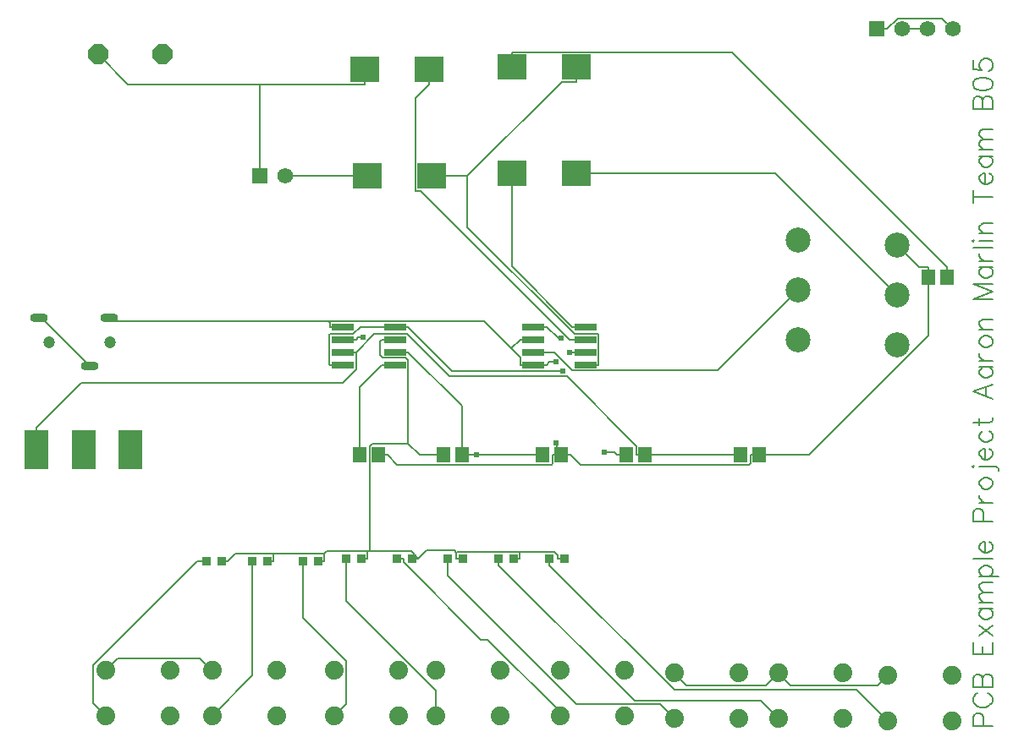
<source format=gtl>
G04 Layer: TopLayer*
G04 EasyEDA v6.5.48, 2025-02-09 20:19:28*
G04 01cb3c1d78794921a089d1304ca59f51,d72c4acdc2164061951c9b7558476481,10*
G04 Gerber Generator version 0.2*
G04 Scale: 100 percent, Rotated: No, Reflected: No *
G04 Dimensions in inches *
G04 leading zeros omitted , absolute positions ,3 integer and 6 decimal *
%FSLAX36Y36*%
%MOIN*%

%AMMACRO1*4,1,4,0.0433,0.0118,0.0433,-0.0118,-0.0433,-0.0118,-0.0433,0.0118,0.0433,0.0118,0*%
%AMMACRO2*4,1,4,-0.0256,0.0315,0.0256,0.0315,0.0256,-0.0315,-0.0256,-0.0315,-0.0256,0.0315,0*%
%AMMACRO3*4,1,4,-0.0256,0.0295,0.0256,0.0295,0.0256,-0.0295,-0.0256,-0.0295,-0.0256,0.0295,0*%
%AMMACRO4*21,1,$1,$2,0,0,$3*%
%AMMACRO5*4,1,8,0.0393,0.0163,0.0163,0.0393,-0.0163,0.0393,-0.0393,0.0163,-0.0393,-0.0163,-0.0163,-0.0393,0.0163,-0.0393,0.0393,-0.0163,0.0393,0.0163,0*%
%ADD10C,0.0080*%
%ADD11C,0.0060*%
%ADD12MACRO1*%
%ADD13R,0.1142X0.0984*%
%ADD14MACRO2*%
%ADD15C,0.0143*%
%ADD16MACRO3*%
%ADD17MACRO4,0.034X0.0318X90.0000*%
%ADD18MACRO5*%
%ADD19R,0.0620X0.0620*%
%ADD20C,0.0620*%
%ADD21O,0.070866X0.035433*%
%ADD22C,0.0472*%
%ADD23C,0.0740*%
%ADD24R,0.0945X0.1575*%
%ADD25C,0.0984*%
%ADD26C,0.0240*%

%LPD*%
D10*
X3779300Y1469100D02*
G01*
X3855600Y1440000D01*
X3779300Y1469100D02*
G01*
X3855600Y1498200D01*
X3830200Y1450900D02*
G01*
X3830200Y1487300D01*
X3804700Y1565800D02*
G01*
X3855600Y1565800D01*
X3815600Y1565800D02*
G01*
X3808399Y1558500D01*
X3804700Y1551300D01*
X3804700Y1540400D01*
X3808399Y1533100D01*
X3815600Y1525800D01*
X3826500Y1522200D01*
X3833800Y1522200D01*
X3844700Y1525800D01*
X3852000Y1533100D01*
X3855600Y1540400D01*
X3855600Y1551300D01*
X3852000Y1558500D01*
X3844700Y1565800D01*
X3804700Y1589800D02*
G01*
X3855600Y1589800D01*
X3826500Y1589800D02*
G01*
X3815600Y1593500D01*
X3808399Y1600700D01*
X3804700Y1608000D01*
X3804700Y1618899D01*
X3804700Y1661100D02*
G01*
X3808399Y1653800D01*
X3815600Y1646500D01*
X3826500Y1642900D01*
X3833800Y1642900D01*
X3844700Y1646500D01*
X3852000Y1653800D01*
X3855600Y1661100D01*
X3855600Y1672000D01*
X3852000Y1679300D01*
X3844700Y1686500D01*
X3833800Y1690200D01*
X3826500Y1690200D01*
X3815600Y1686500D01*
X3808399Y1679300D01*
X3804700Y1672000D01*
X3804700Y1661100D01*
X3804700Y1714199D02*
G01*
X3855600Y1714199D01*
X3819300Y1714199D02*
G01*
X3808399Y1725100D01*
X3804700Y1732400D01*
X3804700Y1743300D01*
X3808399Y1750500D01*
X3819300Y1754199D01*
X3855600Y1754199D01*
X3779300Y1834199D02*
G01*
X3855600Y1834199D01*
X3779300Y1834199D02*
G01*
X3855600Y1863300D01*
X3779300Y1892400D02*
G01*
X3855600Y1863300D01*
X3779300Y1892400D02*
G01*
X3855600Y1892400D01*
X3804700Y1960000D02*
G01*
X3855600Y1960000D01*
X3815600Y1960000D02*
G01*
X3808399Y1952700D01*
X3804700Y1945500D01*
X3804700Y1934500D01*
X3808399Y1927300D01*
X3815600Y1920000D01*
X3826500Y1916399D01*
X3833800Y1916399D01*
X3844700Y1920000D01*
X3852000Y1927300D01*
X3855600Y1934500D01*
X3855600Y1945500D01*
X3852000Y1952700D01*
X3844700Y1960000D01*
X3804700Y1984000D02*
G01*
X3855600Y1984000D01*
X3826500Y1984000D02*
G01*
X3815600Y1987600D01*
X3808399Y1994900D01*
X3804700Y2002200D01*
X3804700Y2013100D01*
X3779300Y2037100D02*
G01*
X3855600Y2037100D01*
X3779300Y2061100D02*
G01*
X3782900Y2064700D01*
X3779300Y2068400D01*
X3775600Y2064700D01*
X3779300Y2061100D01*
X3804700Y2064700D02*
G01*
X3855600Y2064700D01*
X3804700Y2092400D02*
G01*
X3855600Y2092400D01*
X3819300Y2092400D02*
G01*
X3808399Y2103300D01*
X3804700Y2110500D01*
X3804700Y2121500D01*
X3808399Y2128700D01*
X3819300Y2132400D01*
X3855600Y2132400D01*
X3779300Y2237800D02*
G01*
X3855600Y2237800D01*
X3779300Y2212400D02*
G01*
X3779300Y2263300D01*
X3826500Y2287300D02*
G01*
X3826500Y2330900D01*
X3819300Y2330900D01*
X3812000Y2327300D01*
X3808399Y2323600D01*
X3804700Y2316400D01*
X3804700Y2305500D01*
X3808399Y2298200D01*
X3815600Y2290900D01*
X3826500Y2287300D01*
X3833800Y2287300D01*
X3844700Y2290900D01*
X3852000Y2298200D01*
X3855600Y2305500D01*
X3855600Y2316400D01*
X3852000Y2323600D01*
X3844700Y2330900D01*
X3804700Y2398500D02*
G01*
X3855600Y2398500D01*
X3815600Y2398500D02*
G01*
X3808399Y2391300D01*
X3804700Y2384000D01*
X3804700Y2373100D01*
X3808399Y2365800D01*
X3815600Y2358500D01*
X3826500Y2354900D01*
X3833800Y2354900D01*
X3844700Y2358500D01*
X3852000Y2365800D01*
X3855600Y2373100D01*
X3855600Y2384000D01*
X3852000Y2391300D01*
X3844700Y2398500D01*
X3804700Y2422500D02*
G01*
X3855600Y2422500D01*
X3819300Y2422500D02*
G01*
X3808399Y2433500D01*
X3804700Y2440700D01*
X3804700Y2451600D01*
X3808399Y2458900D01*
X3819300Y2462500D01*
X3855600Y2462500D01*
X3819300Y2462500D02*
G01*
X3808399Y2473500D01*
X3804700Y2480700D01*
X3804700Y2491600D01*
X3808399Y2498900D01*
X3819300Y2502500D01*
X3855600Y2502500D01*
X3779300Y2582500D02*
G01*
X3855600Y2582500D01*
X3779300Y2582500D02*
G01*
X3779300Y2615299D01*
X3782900Y2626200D01*
X3786500Y2629800D01*
X3793800Y2633500D01*
X3801100Y2633500D01*
X3808399Y2629800D01*
X3812000Y2626200D01*
X3815600Y2615299D01*
X3815600Y2582500D02*
G01*
X3815600Y2615299D01*
X3819300Y2626200D01*
X3822900Y2629800D01*
X3830200Y2633500D01*
X3841100Y2633500D01*
X3848399Y2629800D01*
X3852000Y2626200D01*
X3855600Y2615299D01*
X3855600Y2582500D01*
X3779300Y2679300D02*
G01*
X3782900Y2668399D01*
X3793800Y2661100D01*
X3812000Y2657500D01*
X3822900Y2657500D01*
X3841100Y2661100D01*
X3852000Y2668399D01*
X3855600Y2679300D01*
X3855600Y2686500D01*
X3852000Y2697500D01*
X3841100Y2704700D01*
X3822900Y2708399D01*
X3812000Y2708399D01*
X3793800Y2704700D01*
X3782900Y2697500D01*
X3779300Y2686500D01*
X3779300Y2679300D01*
X3779300Y2776000D02*
G01*
X3779300Y2739600D01*
X3812000Y2736000D01*
X3808399Y2739600D01*
X3804700Y2750500D01*
X3804700Y2761500D01*
X3808399Y2772400D01*
X3815600Y2779600D01*
X3826500Y2783300D01*
X3833800Y2783300D01*
X3844700Y2779600D01*
X3852000Y2772400D01*
X3855600Y2761500D01*
X3855600Y2750500D01*
X3852000Y2739600D01*
X3848399Y2736000D01*
X3841100Y2732400D01*
X3779300Y150000D02*
G01*
X3855600Y150000D01*
X3779300Y150000D02*
G01*
X3779300Y182700D01*
X3782900Y193600D01*
X3786500Y197300D01*
X3793800Y200900D01*
X3804700Y200900D01*
X3812000Y197300D01*
X3815600Y193600D01*
X3819300Y182700D01*
X3819300Y150000D01*
X3797500Y279500D02*
G01*
X3790200Y275800D01*
X3782900Y268500D01*
X3779300Y261300D01*
X3779300Y246700D01*
X3782900Y239500D01*
X3790200Y232200D01*
X3797500Y228500D01*
X3808399Y224899D01*
X3826500Y224899D01*
X3837500Y228500D01*
X3844700Y232200D01*
X3852000Y239500D01*
X3855600Y246700D01*
X3855600Y261300D01*
X3852000Y268500D01*
X3844700Y275800D01*
X3837500Y279500D01*
X3779300Y303500D02*
G01*
X3855600Y303500D01*
X3779300Y303500D02*
G01*
X3779300Y336200D01*
X3782900Y347100D01*
X3786500Y350700D01*
X3793800Y354400D01*
X3801100Y354400D01*
X3808399Y350700D01*
X3812000Y347100D01*
X3815600Y336200D01*
X3815600Y303500D02*
G01*
X3815600Y336200D01*
X3819300Y347100D01*
X3822900Y350700D01*
X3830200Y354400D01*
X3841100Y354400D01*
X3848399Y350700D01*
X3852000Y347100D01*
X3855600Y336200D01*
X3855600Y303500D01*
X3779300Y434400D02*
G01*
X3855600Y434400D01*
X3779300Y434400D02*
G01*
X3779300Y481599D01*
X3815600Y434400D02*
G01*
X3815600Y463500D01*
X3855600Y434400D02*
G01*
X3855600Y481599D01*
X3804700Y505600D02*
G01*
X3855600Y545600D01*
X3804700Y545600D02*
G01*
X3855600Y505600D01*
X3804700Y613300D02*
G01*
X3855600Y613300D01*
X3815600Y613300D02*
G01*
X3808399Y606000D01*
X3804700Y598700D01*
X3804700Y587800D01*
X3808399Y580500D01*
X3815600Y573300D01*
X3826500Y569600D01*
X3833800Y569600D01*
X3844700Y573300D01*
X3852000Y580500D01*
X3855600Y587800D01*
X3855600Y598700D01*
X3852000Y606000D01*
X3844700Y613300D01*
X3804700Y637300D02*
G01*
X3855600Y637300D01*
X3819300Y637300D02*
G01*
X3808399Y648199D01*
X3804700Y655500D01*
X3804700Y666400D01*
X3808399Y673600D01*
X3819300Y677300D01*
X3855600Y677300D01*
X3819300Y677300D02*
G01*
X3808399Y688199D01*
X3804700Y695500D01*
X3804700Y706400D01*
X3808399Y713600D01*
X3819300Y717300D01*
X3855600Y717300D01*
X3804700Y741300D02*
G01*
X3881100Y741300D01*
X3815600Y741300D02*
G01*
X3808399Y748500D01*
X3804700Y755800D01*
X3804700Y766700D01*
X3808399Y774000D01*
X3815600Y781300D01*
X3826500Y784900D01*
X3833800Y784900D01*
X3844700Y781300D01*
X3852000Y774000D01*
X3855600Y766700D01*
X3855600Y755800D01*
X3852000Y748500D01*
X3844700Y741300D01*
X3779300Y808900D02*
G01*
X3855600Y808900D01*
X3826500Y832900D02*
G01*
X3826500Y876500D01*
X3819300Y876500D01*
X3812000Y872900D01*
X3808399Y869300D01*
X3804700Y862000D01*
X3804700Y851100D01*
X3808399Y843800D01*
X3815600Y836500D01*
X3826500Y832900D01*
X3833800Y832900D01*
X3844700Y836500D01*
X3852000Y843800D01*
X3855600Y851100D01*
X3855600Y862000D01*
X3852000Y869300D01*
X3844700Y876500D01*
X3779300Y956500D02*
G01*
X3855600Y956500D01*
X3779300Y956500D02*
G01*
X3779300Y989300D01*
X3782900Y1000200D01*
X3786500Y1003800D01*
X3793800Y1007500D01*
X3804700Y1007500D01*
X3812000Y1003800D01*
X3815600Y1000200D01*
X3819300Y989300D01*
X3819300Y956500D01*
X3804700Y1031500D02*
G01*
X3855600Y1031500D01*
X3826500Y1031500D02*
G01*
X3815600Y1035100D01*
X3808399Y1042400D01*
X3804700Y1049600D01*
X3804700Y1060500D01*
X3804700Y1102700D02*
G01*
X3808399Y1095500D01*
X3815600Y1088200D01*
X3826500Y1084500D01*
X3833800Y1084500D01*
X3844700Y1088200D01*
X3852000Y1095500D01*
X3855600Y1102700D01*
X3855600Y1113600D01*
X3852000Y1120900D01*
X3844700Y1128200D01*
X3833800Y1131800D01*
X3826500Y1131800D01*
X3815600Y1128200D01*
X3808399Y1120900D01*
X3804700Y1113600D01*
X3804700Y1102700D01*
X3779300Y1170400D02*
G01*
X3782900Y1174000D01*
X3779300Y1177600D01*
X3775600Y1174000D01*
X3779300Y1170400D01*
X3804700Y1174000D02*
G01*
X3866500Y1174000D01*
X3877500Y1170400D01*
X3881100Y1163100D01*
X3881100Y1155800D01*
X3826500Y1201600D02*
G01*
X3826500Y1245300D01*
X3819300Y1245300D01*
X3812000Y1241600D01*
X3808399Y1238000D01*
X3804700Y1230700D01*
X3804700Y1219800D01*
X3808399Y1212500D01*
X3815600Y1205300D01*
X3826500Y1201600D01*
X3833800Y1201600D01*
X3844700Y1205300D01*
X3852000Y1212500D01*
X3855600Y1219800D01*
X3855600Y1230700D01*
X3852000Y1238000D01*
X3844700Y1245300D01*
X3815600Y1312900D02*
G01*
X3808399Y1305600D01*
X3804700Y1298400D01*
X3804700Y1287500D01*
X3808399Y1280200D01*
X3815600Y1272900D01*
X3826500Y1269300D01*
X3833800Y1269300D01*
X3844700Y1272900D01*
X3852000Y1280200D01*
X3855600Y1287500D01*
X3855600Y1298400D01*
X3852000Y1305600D01*
X3844700Y1312900D01*
X3779300Y1347800D02*
G01*
X3841100Y1347800D01*
X3852000Y1351500D01*
X3855600Y1358700D01*
X3855600Y1366000D01*
X3804700Y1336900D02*
G01*
X3804700Y1362400D01*
D11*
X2140100Y1220000D02*
G01*
X2140100Y1262820D01*
X2135010Y1267910D01*
X2047640Y1575000D02*
G01*
X2099960Y1575000D01*
X2135010Y1585870D02*
G01*
X2110830Y1585870D01*
X2099960Y1575000D01*
X2140100Y1220000D02*
G01*
X2122800Y1220000D01*
X2157400Y1220000D02*
G01*
X2140100Y1220000D01*
X1960460Y1640140D02*
G01*
X1995320Y1605280D01*
X1995320Y1575000D01*
X1239970Y1745890D02*
G01*
X1854710Y1745890D01*
X1960460Y1640140D01*
X1995320Y1675000D02*
G01*
X1960460Y1640140D01*
X2047640Y1675000D02*
G01*
X1995320Y1675000D01*
X2047640Y1575000D02*
G01*
X1995320Y1575000D01*
X1437400Y1220000D02*
G01*
X1472000Y1220000D01*
X1472000Y1220000D02*
G01*
X1510610Y1181390D01*
X2118790Y1181390D01*
X2122800Y1185400D01*
X2122800Y1220000D01*
X1297640Y1725000D02*
G01*
X1245320Y1725000D01*
X1245320Y1725000D02*
G01*
X1245320Y1740540D01*
X1239970Y1745890D01*
X1239970Y1745890D02*
G01*
X391990Y1745890D01*
X378000Y1759880D01*
X3602600Y1920000D02*
G01*
X3602600Y1689030D01*
X3133570Y1220000D01*
X2937400Y1220000D01*
X3602600Y1940260D02*
G01*
X3602600Y1920000D01*
X2902799Y1220000D02*
G01*
X2902799Y1185400D01*
X2896170Y1178770D01*
X2233230Y1178770D01*
X2192000Y1220000D01*
X3602600Y1940260D02*
G01*
X3602600Y1960509D01*
X970000Y2681780D02*
G01*
X450220Y2681780D01*
X332000Y2800000D01*
X1382050Y2681780D02*
G01*
X970000Y2681780D01*
X970000Y2360010D02*
G01*
X970000Y2681780D01*
X1382050Y2740000D02*
G01*
X1382050Y2681780D01*
X970000Y2320000D02*
G01*
X970000Y2360010D01*
X3400000Y2900000D02*
G01*
X3440009Y2900000D01*
X3700000Y2900000D02*
G01*
X3658190Y2941810D01*
X3481820Y2941810D01*
X3440009Y2900000D01*
X2157400Y1220000D02*
G01*
X2192000Y1220000D01*
X3480000Y2046850D02*
G01*
X3566340Y1960509D01*
X3602600Y1960509D01*
X2937400Y1220000D02*
G01*
X2902799Y1220000D01*
X3090000Y1870000D02*
G01*
X2773929Y1553930D01*
X2200710Y1553930D01*
X2129640Y1625000D01*
X2047640Y1625000D01*
X2200050Y1625000D02*
G01*
X2190970Y1625000D01*
X2252360Y1625000D02*
G01*
X2200050Y1625000D01*
X1502370Y1725000D02*
G01*
X1554680Y1725000D01*
X1554680Y1725000D02*
G01*
X1727949Y1551730D01*
X2163420Y1551730D01*
X1245320Y1575000D02*
G01*
X1244680Y1575640D01*
X1244680Y1693620D01*
X1246990Y1695930D01*
X1337990Y1695930D01*
X1367060Y1725000D01*
X1502370Y1725000D01*
X2327650Y1231590D02*
G01*
X2366410Y1231590D01*
X2378000Y1220000D01*
X1297640Y1575000D02*
G01*
X1245320Y1575000D01*
X2412600Y1220000D02*
G01*
X2378000Y1220000D01*
X3500000Y2900000D02*
G01*
X3600000Y2900000D01*
X782000Y369000D02*
G01*
X732770Y418230D01*
X411230Y418230D01*
X362000Y369000D01*
X3012000Y359000D02*
G01*
X2962370Y309370D01*
X2651630Y309370D01*
X2602000Y359000D01*
X3442000Y349000D02*
G01*
X3402900Y309900D01*
X3061100Y309900D01*
X3012000Y359000D01*
X2252360Y1575000D02*
G01*
X2304680Y1575000D01*
X1787949Y2320000D02*
G01*
X1647949Y2320000D01*
X2217950Y2691780D02*
G01*
X2159730Y2691780D01*
X1787949Y2320000D01*
X1787949Y2320000D02*
G01*
X1787949Y2118670D01*
X2210730Y1695890D01*
X2303010Y1695890D01*
X2304750Y1694150D01*
X2304750Y1575070D01*
X2304680Y1575000D01*
X2217950Y2750000D02*
G01*
X2217950Y2691780D01*
X1350640Y1625000D02*
G01*
X1297640Y1625000D01*
X2452800Y1220000D02*
G01*
X2452800Y1254600D01*
X2178640Y1528760D01*
X1716550Y1528760D01*
X1549430Y1695880D01*
X1421519Y1695880D01*
X1350640Y1625000D01*
X90000Y1327750D02*
G01*
X266740Y1504490D01*
X1296710Y1504490D01*
X1350640Y1558420D01*
X1350640Y1625000D01*
X90000Y1240000D02*
G01*
X90000Y1327750D01*
X2487400Y1220000D02*
G01*
X2452800Y1220000D01*
X2862600Y1220000D02*
G01*
X2487400Y1220000D01*
X300580Y1571000D02*
G01*
X111580Y1760000D01*
X100000Y1760000D01*
X1070000Y2320000D02*
G01*
X1392050Y2320000D01*
X2110340Y810000D02*
G01*
X2110340Y783980D01*
X3442000Y171000D02*
G01*
X3320870Y292130D01*
X2602190Y292130D01*
X2110340Y783980D01*
X1910340Y810000D02*
G01*
X1910340Y783980D01*
X3012000Y181000D02*
G01*
X2943690Y249310D01*
X2445010Y249310D01*
X1910340Y783980D01*
X2602000Y181000D02*
G01*
X2545920Y237079D01*
X2215850Y237079D01*
X1710340Y742590D01*
X1710340Y810000D01*
X1510340Y810000D02*
G01*
X1535230Y810000D01*
X2152000Y191000D02*
G01*
X2152000Y208210D01*
X1868300Y491910D01*
X1840870Y491910D01*
X1535230Y797550D01*
X1535230Y810000D01*
X1662000Y191000D02*
G01*
X1662000Y291550D01*
X1310340Y643210D01*
X1310340Y810000D01*
X1140340Y800000D02*
G01*
X1140340Y576120D01*
X1309070Y407390D01*
X1309070Y238070D01*
X1262000Y191000D01*
X940340Y800000D02*
G01*
X940340Y349340D01*
X782000Y191000D01*
X362000Y191000D02*
G01*
X313980Y239020D01*
X313980Y391200D01*
X722780Y800000D01*
X760340Y800000D01*
X1502370Y1575000D02*
G01*
X1450050Y1575000D01*
X1362600Y1220000D02*
G01*
X1362600Y1487550D01*
X1450050Y1575000D01*
X1554870Y1264580D02*
G01*
X1412140Y1264580D01*
X1402730Y1255170D01*
X1402730Y839220D01*
X1692600Y1220000D02*
G01*
X1599450Y1220000D01*
X1554870Y1264580D01*
X1554870Y1264580D02*
G01*
X1554870Y1592250D01*
X1544530Y1602589D01*
X1453580Y1602589D01*
X1443750Y1612420D01*
X1443750Y1668700D01*
X1450050Y1675000D01*
X1402730Y839220D02*
G01*
X1394540Y839220D01*
X1594540Y810000D02*
G01*
X1565320Y839220D01*
X1402730Y839220D01*
X1994540Y836090D02*
G01*
X1745970Y836090D01*
X1744770Y834890D01*
X2144770Y810000D02*
G01*
X2144770Y822440D01*
X2131120Y836090D01*
X1994540Y836090D01*
X1502370Y1675000D02*
G01*
X1450050Y1675000D01*
X1024539Y829419D02*
G01*
X873960Y829419D01*
X844539Y800000D01*
X1224540Y829419D02*
G01*
X1024539Y829419D01*
X1024539Y829419D02*
G01*
X1024539Y800000D01*
X819659Y800000D02*
G01*
X844539Y800000D01*
X1224540Y829419D02*
G01*
X1224540Y800000D01*
X1394540Y839220D02*
G01*
X1234340Y839220D01*
X1224540Y829419D01*
X999659Y800000D02*
G01*
X1024539Y800000D01*
X1394540Y839220D02*
G01*
X1394540Y810000D01*
X1199660Y800000D02*
G01*
X1224540Y800000D01*
X1369660Y810000D02*
G01*
X1394540Y810000D01*
X1744770Y834890D02*
G01*
X1735980Y843680D01*
X1628220Y843680D01*
X1594540Y810000D01*
X1569660Y810000D02*
G01*
X1594540Y810000D01*
X1994540Y836090D02*
G01*
X1994540Y810000D01*
X1744770Y834890D02*
G01*
X1744770Y810000D01*
X1969660Y810000D02*
G01*
X1994540Y810000D01*
X2169660Y810000D02*
G01*
X2144770Y810000D01*
X1769660Y810000D02*
G01*
X1744770Y810000D01*
X1824660Y1220000D02*
G01*
X1767400Y1220000D01*
X2082600Y1220000D02*
G01*
X1824660Y1220000D01*
X1297640Y1675000D02*
G01*
X1349960Y1675000D01*
X1375230Y1682330D02*
G01*
X1357290Y1682330D01*
X1349960Y1675000D01*
X1528530Y1625000D02*
G01*
X1554680Y1625000D01*
X1528530Y1625000D02*
G01*
X1502370Y1625000D01*
X1767400Y1220000D02*
G01*
X1767400Y1412280D01*
X1554680Y1625000D01*
X1962050Y2750000D02*
G01*
X1962050Y2808220D01*
X3677400Y1920000D02*
G01*
X3677400Y1960509D01*
X3677400Y1960509D02*
G01*
X2829620Y2808290D01*
X1962120Y2808290D01*
X1962050Y2808220D01*
X3480000Y1850000D02*
G01*
X3000000Y2330000D01*
X2217950Y2330000D01*
X2252360Y1725000D02*
G01*
X2200050Y1725000D01*
X1962050Y2330000D02*
G01*
X1962050Y1963000D01*
X2200050Y1725000D01*
X2047640Y1725000D02*
G01*
X2099960Y1725000D01*
X2155460Y1679079D02*
G01*
X2145880Y1679079D01*
X2099960Y1725000D01*
X2252360Y1675000D02*
G01*
X2189340Y1675000D01*
X1602630Y2261710D01*
X1583530Y2261710D01*
X1581790Y2263450D01*
X1581790Y2625620D01*
X1637949Y2681780D01*
X1637949Y2740000D02*
G01*
X1637949Y2681780D01*
D12*
G01*
X2047640Y1675000D03*
G01*
X2252365Y1675000D03*
G01*
X2047640Y1725000D03*
G01*
X2047640Y1625000D03*
G01*
X2047640Y1575000D03*
G01*
X2252365Y1725000D03*
G01*
X2252365Y1625000D03*
G01*
X2252365Y1575000D03*
D13*
G01*
X2217950Y2330000D03*
G01*
X1962050Y2330000D03*
G01*
X1637949Y2740000D03*
G01*
X1382050Y2740000D03*
G01*
X2217950Y2750000D03*
G01*
X1962050Y2750000D03*
D14*
G01*
X3602600Y1920004D03*
G01*
X3677400Y1920004D03*
D13*
G01*
X1647949Y2320000D03*
G01*
X1392050Y2320000D03*
D12*
G01*
X1297640Y1675000D03*
G01*
X1502365Y1675000D03*
G01*
X1297640Y1725000D03*
G01*
X1297640Y1625000D03*
G01*
X1297640Y1575000D03*
G01*
X1502365Y1725000D03*
G01*
X1502365Y1625000D03*
G01*
X1502365Y1575000D03*
D16*
G01*
X1362600Y1220005D03*
G01*
X1437400Y1220005D03*
D17*
G01*
X819655Y800000D03*
G01*
X760344Y800000D03*
G01*
X999655Y800000D03*
G01*
X940344Y800000D03*
G01*
X1199655Y800000D03*
G01*
X1140344Y800000D03*
G01*
X1369655Y810000D03*
G01*
X1310344Y810000D03*
G01*
X1569655Y810000D03*
G01*
X1510344Y810000D03*
G01*
X1769655Y810000D03*
G01*
X1710344Y810000D03*
G01*
X1969655Y810000D03*
G01*
X1910344Y810000D03*
G01*
X2169655Y810000D03*
G01*
X2110344Y810000D03*
D16*
G01*
X2082600Y1220000D03*
G01*
X2157400Y1220000D03*
G01*
X2412600Y1220000D03*
G01*
X2487400Y1220000D03*
G01*
X2862600Y1220000D03*
G01*
X2937400Y1220000D03*
G01*
X1692600Y1220000D03*
G01*
X1767400Y1220000D03*
D18*
G01*
X587995Y2800005D03*
G01*
X331995Y2800005D03*
D19*
G01*
X970000Y2320000D03*
D20*
G01*
X1070000Y2320000D03*
D21*
G01*
X100000Y1760000D03*
G01*
X300580Y1571000D03*
G01*
X378000Y1759880D03*
D22*
G01*
X378610Y1664520D03*
G01*
X141640Y1664520D03*
D20*
G01*
X3600000Y2900000D03*
G01*
X3500000Y2900000D03*
D19*
G01*
X3400000Y2900000D03*
D20*
G01*
X3700000Y2900000D03*
D23*
G01*
X362000Y369000D03*
G01*
X618000Y369000D03*
G01*
X362000Y191000D03*
G01*
X618000Y191000D03*
G01*
X782000Y369000D03*
G01*
X1038000Y369000D03*
G01*
X782000Y191000D03*
G01*
X1038000Y191000D03*
D24*
G01*
X275000Y1240000D03*
G01*
X460000Y1240000D03*
G01*
X90000Y1240000D03*
D25*
G01*
X3090000Y1870000D03*
G01*
X3090000Y1673150D03*
G01*
X3090000Y2066850D03*
G01*
X3480000Y1850000D03*
G01*
X3480000Y1653150D03*
G01*
X3480000Y2046850D03*
D23*
G01*
X1262000Y369000D03*
G01*
X1518000Y369000D03*
G01*
X1262000Y191000D03*
G01*
X1518000Y191000D03*
G01*
X1662000Y369000D03*
G01*
X1918000Y369000D03*
G01*
X1662000Y191000D03*
G01*
X1918000Y191000D03*
G01*
X2152000Y369000D03*
G01*
X2408000Y369000D03*
G01*
X2152000Y191000D03*
G01*
X2408000Y191000D03*
G01*
X2602000Y359000D03*
G01*
X2858000Y359000D03*
G01*
X2602000Y181000D03*
G01*
X2858000Y181000D03*
G01*
X3012000Y359000D03*
G01*
X3268000Y359000D03*
G01*
X3012000Y181000D03*
G01*
X3268000Y181000D03*
G01*
X3442000Y349000D03*
G01*
X3698000Y349000D03*
G01*
X3442000Y171000D03*
G01*
X3698000Y171000D03*
D26*
G01*
X2135010Y1585870D03*
G01*
X2135010Y1267910D03*
G01*
X2190970Y1625000D03*
G01*
X2163420Y1551730D03*
G01*
X2327650Y1231590D03*
G01*
X1375230Y1682330D03*
G01*
X1824660Y1220000D03*
G01*
X2155460Y1679079D03*
M02*

</source>
